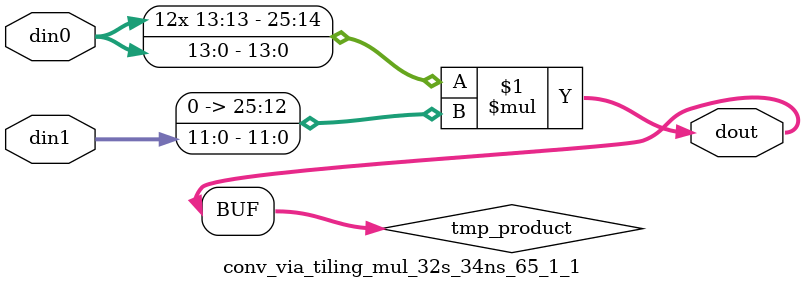
<source format=v>

`timescale 1 ns / 1 ps

 module conv_via_tiling_mul_32s_34ns_65_1_1(din0, din1, dout);
parameter ID = 1;
parameter NUM_STAGE = 0;
parameter din0_WIDTH = 14;
parameter din1_WIDTH = 12;
parameter dout_WIDTH = 26;

input [din0_WIDTH - 1 : 0] din0; 
input [din1_WIDTH - 1 : 0] din1; 
output [dout_WIDTH - 1 : 0] dout;

wire signed [dout_WIDTH - 1 : 0] tmp_product;


























assign tmp_product = $signed(din0) * $signed({1'b0, din1});









assign dout = tmp_product;





















endmodule

</source>
